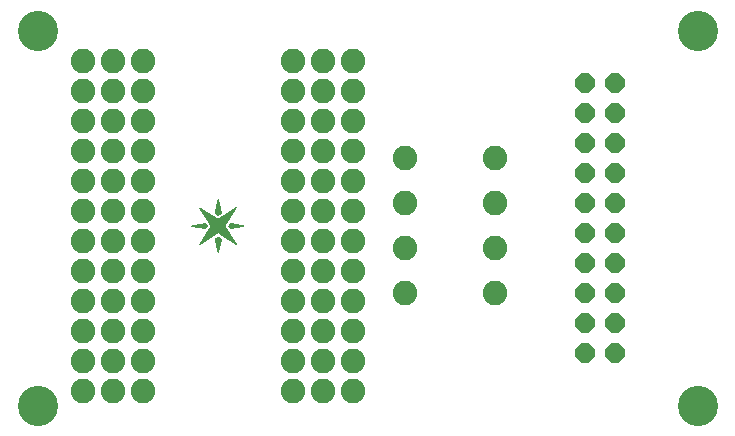
<source format=gts>
G75*
%MOIN*%
%OFA0B0*%
%FSLAX24Y24*%
%IPPOS*%
%LPD*%
%AMOC8*
5,1,8,0,0,1.08239X$1,22.5*
%
%ADD10C,0.1340*%
%ADD11OC8,0.0640*%
%ADD12C,0.0820*%
%ADD13C,0.0010*%
D10*
X004833Y004893D03*
X026833Y004893D03*
X026833Y017393D03*
X004833Y017393D03*
D11*
X023083Y015643D03*
X024083Y015643D03*
X024083Y014643D03*
X023083Y014643D03*
X023083Y013643D03*
X024083Y013643D03*
X024083Y012643D03*
X023083Y012643D03*
X023083Y011643D03*
X024083Y011643D03*
X024083Y010643D03*
X023083Y010643D03*
X023083Y009643D03*
X024083Y009643D03*
X024083Y008643D03*
X023083Y008643D03*
X023083Y007643D03*
X024083Y007643D03*
X024083Y006643D03*
X023083Y006643D03*
D12*
X020083Y008643D03*
X017083Y008643D03*
X015333Y008393D03*
X014333Y008393D03*
X013333Y008393D03*
X013333Y007393D03*
X014333Y007393D03*
X015333Y007393D03*
X015333Y006393D03*
X014333Y006393D03*
X013333Y006393D03*
X013333Y005393D03*
X014333Y005393D03*
X015333Y005393D03*
X008333Y005393D03*
X007333Y005393D03*
X006333Y005393D03*
X006333Y006393D03*
X007333Y006393D03*
X008333Y006393D03*
X008333Y007393D03*
X007333Y007393D03*
X006333Y007393D03*
X006333Y008393D03*
X007333Y008393D03*
X008333Y008393D03*
X008333Y009393D03*
X007333Y009393D03*
X006333Y009393D03*
X006333Y010393D03*
X007333Y010393D03*
X008333Y010393D03*
X008333Y011393D03*
X007333Y011393D03*
X006333Y011393D03*
X006333Y012393D03*
X007333Y012393D03*
X008333Y012393D03*
X008333Y013393D03*
X007333Y013393D03*
X006333Y013393D03*
X006333Y014393D03*
X007333Y014393D03*
X008333Y014393D03*
X008333Y015393D03*
X007333Y015393D03*
X006333Y015393D03*
X006333Y016393D03*
X007333Y016393D03*
X008333Y016393D03*
X013333Y016393D03*
X014333Y016393D03*
X015333Y016393D03*
X015333Y015393D03*
X014333Y015393D03*
X013333Y015393D03*
X013333Y014393D03*
X014333Y014393D03*
X015333Y014393D03*
X015333Y013393D03*
X014333Y013393D03*
X013333Y013393D03*
X017083Y013143D03*
X015333Y012393D03*
X014333Y012393D03*
X013333Y012393D03*
X013333Y011393D03*
X014333Y011393D03*
X015333Y011393D03*
X017083Y011643D03*
X020083Y011643D03*
X015333Y010393D03*
X014333Y010393D03*
X013333Y010393D03*
X013333Y009393D03*
X014333Y009393D03*
X015333Y009393D03*
X017083Y010143D03*
X020083Y010143D03*
X020083Y013143D03*
D13*
X011693Y010893D02*
X011253Y010983D01*
X011193Y010893D01*
X011253Y010803D01*
X011693Y010893D01*
X011679Y010891D02*
X011195Y010891D01*
X011197Y010899D02*
X011665Y010899D01*
X011638Y010882D02*
X011200Y010882D01*
X011206Y010874D02*
X011596Y010874D01*
X011555Y010865D02*
X011212Y010865D01*
X011217Y010857D02*
X011513Y010857D01*
X011472Y010848D02*
X011223Y010848D01*
X011229Y010840D02*
X011430Y010840D01*
X011388Y010831D02*
X011234Y010831D01*
X011240Y010823D02*
X011347Y010823D01*
X011305Y010814D02*
X011246Y010814D01*
X011251Y010806D02*
X011264Y010806D01*
X011202Y010908D02*
X011623Y010908D01*
X011582Y010916D02*
X011208Y010916D01*
X011214Y010925D02*
X011540Y010925D01*
X011499Y010933D02*
X011219Y010933D01*
X011225Y010942D02*
X011457Y010942D01*
X011416Y010950D02*
X011231Y010950D01*
X011236Y010959D02*
X011374Y010959D01*
X011333Y010967D02*
X011242Y010967D01*
X011248Y010976D02*
X011291Y010976D01*
X011157Y011061D02*
X010497Y011061D01*
X010492Y011069D02*
X011162Y011069D01*
X011168Y011078D02*
X010486Y011078D01*
X010481Y011086D02*
X011173Y011086D01*
X011178Y011095D02*
X010475Y011095D01*
X010470Y011103D02*
X011184Y011103D01*
X011189Y011112D02*
X010465Y011112D01*
X010459Y011120D02*
X010822Y011120D01*
X010833Y011113D02*
X010223Y011493D01*
X010603Y010893D01*
X010223Y010273D01*
X010833Y010673D01*
X011453Y010263D01*
X011053Y010893D01*
X011433Y011503D01*
X010833Y011113D01*
X010843Y011120D02*
X011194Y011120D01*
X011199Y011129D02*
X010856Y011129D01*
X010869Y011137D02*
X011205Y011137D01*
X011210Y011146D02*
X010883Y011146D01*
X010896Y011154D02*
X011215Y011154D01*
X011221Y011163D02*
X010909Y011163D01*
X010922Y011171D02*
X011226Y011171D01*
X011231Y011180D02*
X010935Y011180D01*
X010948Y011188D02*
X011237Y011188D01*
X011242Y011197D02*
X010961Y011197D01*
X010974Y011205D02*
X011247Y011205D01*
X011252Y011214D02*
X010987Y011214D01*
X011000Y011222D02*
X011258Y011222D01*
X011263Y011231D02*
X011013Y011231D01*
X011026Y011239D02*
X011268Y011239D01*
X011274Y011248D02*
X011039Y011248D01*
X011053Y011256D02*
X011279Y011256D01*
X011284Y011265D02*
X011066Y011265D01*
X011079Y011273D02*
X011289Y011273D01*
X011295Y011282D02*
X011092Y011282D01*
X011105Y011290D02*
X011300Y011290D01*
X011305Y011299D02*
X011118Y011299D01*
X011131Y011307D02*
X011311Y011307D01*
X011316Y011316D02*
X011144Y011316D01*
X011157Y011324D02*
X011321Y011324D01*
X011327Y011333D02*
X011170Y011333D01*
X011183Y011341D02*
X011332Y011341D01*
X011337Y011350D02*
X011196Y011350D01*
X011209Y011358D02*
X011342Y011358D01*
X011348Y011367D02*
X011223Y011367D01*
X011236Y011375D02*
X011353Y011375D01*
X011358Y011384D02*
X011249Y011384D01*
X011262Y011392D02*
X011364Y011392D01*
X011369Y011401D02*
X011275Y011401D01*
X011288Y011409D02*
X011374Y011409D01*
X011380Y011418D02*
X011301Y011418D01*
X011314Y011426D02*
X011385Y011426D01*
X011390Y011435D02*
X011327Y011435D01*
X011340Y011443D02*
X011395Y011443D01*
X011401Y011452D02*
X011353Y011452D01*
X011366Y011460D02*
X011406Y011460D01*
X011411Y011469D02*
X011379Y011469D01*
X011393Y011477D02*
X011417Y011477D01*
X011422Y011486D02*
X011406Y011486D01*
X011419Y011494D02*
X011427Y011494D01*
X011432Y011503D02*
X011432Y011503D01*
X010916Y011392D02*
X010750Y011392D01*
X010748Y011384D02*
X010918Y011384D01*
X010920Y011375D02*
X010746Y011375D01*
X010745Y011367D02*
X010921Y011367D01*
X010923Y011358D02*
X010743Y011358D01*
X010741Y011350D02*
X010925Y011350D01*
X010927Y011341D02*
X010739Y011341D01*
X010737Y011333D02*
X010929Y011333D01*
X010931Y011324D02*
X010735Y011324D01*
X010733Y011316D02*
X010932Y011316D01*
X010933Y011313D02*
X010833Y011773D01*
X010733Y011313D01*
X010833Y011253D01*
X010933Y011313D01*
X010922Y011307D02*
X010743Y011307D01*
X010758Y011299D02*
X010908Y011299D01*
X010894Y011290D02*
X010772Y011290D01*
X010786Y011282D02*
X010880Y011282D01*
X010866Y011273D02*
X010800Y011273D01*
X010814Y011265D02*
X010852Y011265D01*
X010837Y011256D02*
X010828Y011256D01*
X010768Y011154D02*
X010438Y011154D01*
X010443Y011146D02*
X010781Y011146D01*
X010795Y011137D02*
X010449Y011137D01*
X010454Y011129D02*
X010809Y011129D01*
X010754Y011163D02*
X010432Y011163D01*
X010427Y011171D02*
X010740Y011171D01*
X010727Y011180D02*
X010422Y011180D01*
X010416Y011188D02*
X010713Y011188D01*
X010699Y011197D02*
X010411Y011197D01*
X010406Y011205D02*
X010686Y011205D01*
X010672Y011214D02*
X010400Y011214D01*
X010395Y011222D02*
X010658Y011222D01*
X010645Y011231D02*
X010389Y011231D01*
X010384Y011239D02*
X010631Y011239D01*
X010617Y011248D02*
X010379Y011248D01*
X010373Y011256D02*
X010604Y011256D01*
X010590Y011265D02*
X010368Y011265D01*
X010362Y011273D02*
X010577Y011273D01*
X010563Y011282D02*
X010357Y011282D01*
X010352Y011290D02*
X010549Y011290D01*
X010536Y011299D02*
X010346Y011299D01*
X010341Y011307D02*
X010522Y011307D01*
X010508Y011316D02*
X010336Y011316D01*
X010330Y011324D02*
X010495Y011324D01*
X010481Y011333D02*
X010325Y011333D01*
X010319Y011341D02*
X010467Y011341D01*
X010454Y011350D02*
X010314Y011350D01*
X010309Y011358D02*
X010440Y011358D01*
X010426Y011367D02*
X010303Y011367D01*
X010298Y011375D02*
X010413Y011375D01*
X010399Y011384D02*
X010292Y011384D01*
X010287Y011392D02*
X010386Y011392D01*
X010372Y011401D02*
X010282Y011401D01*
X010276Y011409D02*
X010358Y011409D01*
X010345Y011418D02*
X010271Y011418D01*
X010266Y011426D02*
X010331Y011426D01*
X010317Y011435D02*
X010260Y011435D01*
X010255Y011443D02*
X010304Y011443D01*
X010290Y011452D02*
X010249Y011452D01*
X010244Y011460D02*
X010276Y011460D01*
X010263Y011469D02*
X010239Y011469D01*
X010233Y011477D02*
X010249Y011477D01*
X010235Y011486D02*
X010228Y011486D01*
X010752Y011401D02*
X010914Y011401D01*
X010912Y011409D02*
X010754Y011409D01*
X010756Y011418D02*
X010910Y011418D01*
X010908Y011426D02*
X010757Y011426D01*
X010759Y011435D02*
X010907Y011435D01*
X010905Y011443D02*
X010761Y011443D01*
X010763Y011452D02*
X010903Y011452D01*
X010901Y011460D02*
X010765Y011460D01*
X010767Y011469D02*
X010899Y011469D01*
X010897Y011477D02*
X010769Y011477D01*
X010770Y011486D02*
X010895Y011486D01*
X010894Y011494D02*
X010772Y011494D01*
X010774Y011503D02*
X010892Y011503D01*
X010890Y011511D02*
X010776Y011511D01*
X010778Y011520D02*
X010888Y011520D01*
X010886Y011528D02*
X010780Y011528D01*
X010781Y011537D02*
X010884Y011537D01*
X010883Y011545D02*
X010783Y011545D01*
X010785Y011554D02*
X010881Y011554D01*
X010879Y011562D02*
X010787Y011562D01*
X010789Y011571D02*
X010877Y011571D01*
X010875Y011579D02*
X010791Y011579D01*
X010793Y011588D02*
X010873Y011588D01*
X010871Y011596D02*
X010794Y011596D01*
X010796Y011605D02*
X010870Y011605D01*
X010868Y011613D02*
X010798Y011613D01*
X010800Y011622D02*
X010866Y011622D01*
X010864Y011630D02*
X010802Y011630D01*
X010804Y011639D02*
X010862Y011639D01*
X010860Y011647D02*
X010805Y011647D01*
X010807Y011656D02*
X010859Y011656D01*
X010857Y011664D02*
X010809Y011664D01*
X010811Y011673D02*
X010855Y011673D01*
X010853Y011681D02*
X010813Y011681D01*
X010815Y011690D02*
X010851Y011690D01*
X010849Y011698D02*
X010817Y011698D01*
X010818Y011707D02*
X010847Y011707D01*
X010846Y011715D02*
X010820Y011715D01*
X010822Y011724D02*
X010844Y011724D01*
X010842Y011732D02*
X010824Y011732D01*
X010826Y011741D02*
X010840Y011741D01*
X010838Y011749D02*
X010828Y011749D01*
X010830Y011758D02*
X010836Y011758D01*
X010835Y011766D02*
X010831Y011766D01*
X011152Y011052D02*
X010502Y011052D01*
X010508Y011044D02*
X011147Y011044D01*
X011141Y011035D02*
X010513Y011035D01*
X010519Y011027D02*
X011136Y011027D01*
X011131Y011018D02*
X010524Y011018D01*
X010529Y011010D02*
X011125Y011010D01*
X011120Y011001D02*
X010535Y011001D01*
X010540Y010993D02*
X011115Y010993D01*
X011109Y010984D02*
X010545Y010984D01*
X010551Y010976D02*
X011104Y010976D01*
X011099Y010967D02*
X010556Y010967D01*
X010562Y010959D02*
X011094Y010959D01*
X011088Y010950D02*
X010567Y010950D01*
X010572Y010942D02*
X011083Y010942D01*
X011078Y010933D02*
X010578Y010933D01*
X010583Y010925D02*
X011072Y010925D01*
X011067Y010916D02*
X010589Y010916D01*
X010594Y010908D02*
X011062Y010908D01*
X011056Y010899D02*
X010599Y010899D01*
X010601Y010891D02*
X011055Y010891D01*
X011060Y010882D02*
X010596Y010882D01*
X010591Y010874D02*
X011066Y010874D01*
X011071Y010865D02*
X010586Y010865D01*
X010580Y010857D02*
X011076Y010857D01*
X011082Y010848D02*
X010575Y010848D01*
X010570Y010840D02*
X011087Y010840D01*
X011092Y010831D02*
X010565Y010831D01*
X010560Y010823D02*
X011098Y010823D01*
X011103Y010814D02*
X010554Y010814D01*
X010549Y010806D02*
X011109Y010806D01*
X011114Y010797D02*
X010544Y010797D01*
X010539Y010789D02*
X011119Y010789D01*
X011125Y010780D02*
X010534Y010780D01*
X010528Y010772D02*
X011130Y010772D01*
X011136Y010763D02*
X010523Y010763D01*
X010518Y010755D02*
X011141Y010755D01*
X011146Y010746D02*
X010513Y010746D01*
X010507Y010738D02*
X011152Y010738D01*
X011157Y010729D02*
X010502Y010729D01*
X010497Y010721D02*
X011163Y010721D01*
X011168Y010712D02*
X010492Y010712D01*
X010487Y010704D02*
X011173Y010704D01*
X011179Y010695D02*
X010481Y010695D01*
X010476Y010687D02*
X011184Y010687D01*
X011190Y010678D02*
X010471Y010678D01*
X010466Y010670D02*
X010827Y010670D01*
X010839Y010670D02*
X011195Y010670D01*
X011200Y010661D02*
X010852Y010661D01*
X010864Y010653D02*
X011206Y010653D01*
X011211Y010644D02*
X010877Y010644D01*
X010890Y010636D02*
X011217Y010636D01*
X011222Y010627D02*
X010903Y010627D01*
X010916Y010619D02*
X011227Y010619D01*
X011233Y010610D02*
X010929Y010610D01*
X010942Y010602D02*
X011238Y010602D01*
X011244Y010593D02*
X010954Y010593D01*
X010967Y010585D02*
X011249Y010585D01*
X011254Y010576D02*
X010980Y010576D01*
X010993Y010568D02*
X011260Y010568D01*
X011265Y010559D02*
X011006Y010559D01*
X011019Y010551D02*
X011271Y010551D01*
X011276Y010542D02*
X011031Y010542D01*
X011044Y010534D02*
X011281Y010534D01*
X011287Y010525D02*
X011057Y010525D01*
X011070Y010517D02*
X011292Y010517D01*
X011298Y010508D02*
X011083Y010508D01*
X011096Y010500D02*
X011303Y010500D01*
X011308Y010491D02*
X011109Y010491D01*
X011121Y010483D02*
X011314Y010483D01*
X011319Y010474D02*
X011134Y010474D01*
X011147Y010466D02*
X011325Y010466D01*
X011330Y010457D02*
X011160Y010457D01*
X011173Y010449D02*
X011335Y010449D01*
X011341Y010440D02*
X011186Y010440D01*
X011199Y010432D02*
X011346Y010432D01*
X011352Y010423D02*
X011211Y010423D01*
X011224Y010415D02*
X011357Y010415D01*
X011362Y010406D02*
X011237Y010406D01*
X011250Y010398D02*
X011368Y010398D01*
X011373Y010389D02*
X011263Y010389D01*
X011276Y010381D02*
X011379Y010381D01*
X011384Y010372D02*
X011289Y010372D01*
X011301Y010364D02*
X011389Y010364D01*
X011395Y010355D02*
X011314Y010355D01*
X011327Y010347D02*
X011400Y010347D01*
X011406Y010338D02*
X011340Y010338D01*
X011353Y010330D02*
X011411Y010330D01*
X011416Y010321D02*
X011366Y010321D01*
X011379Y010313D02*
X011422Y010313D01*
X011427Y010304D02*
X011391Y010304D01*
X011404Y010296D02*
X011432Y010296D01*
X011438Y010287D02*
X011417Y010287D01*
X011430Y010279D02*
X011443Y010279D01*
X011443Y010270D02*
X011449Y010270D01*
X010918Y010389D02*
X010748Y010389D01*
X010749Y010381D02*
X010916Y010381D01*
X010914Y010372D02*
X010751Y010372D01*
X010753Y010364D02*
X010913Y010364D01*
X010911Y010355D02*
X010755Y010355D01*
X010757Y010347D02*
X010909Y010347D01*
X010907Y010338D02*
X010759Y010338D01*
X010761Y010330D02*
X010905Y010330D01*
X010903Y010321D02*
X010763Y010321D01*
X010765Y010313D02*
X010901Y010313D01*
X010899Y010304D02*
X010767Y010304D01*
X010769Y010296D02*
X010897Y010296D01*
X010895Y010287D02*
X010771Y010287D01*
X010773Y010279D02*
X010893Y010279D01*
X010891Y010270D02*
X010775Y010270D01*
X010777Y010262D02*
X010889Y010262D01*
X010887Y010253D02*
X010778Y010253D01*
X010780Y010245D02*
X010885Y010245D01*
X010884Y010236D02*
X010782Y010236D01*
X010784Y010228D02*
X010882Y010228D01*
X010880Y010219D02*
X010786Y010219D01*
X010788Y010211D02*
X010878Y010211D01*
X010876Y010202D02*
X010790Y010202D01*
X010792Y010194D02*
X010874Y010194D01*
X010872Y010185D02*
X010794Y010185D01*
X010796Y010177D02*
X010870Y010177D01*
X010868Y010168D02*
X010798Y010168D01*
X010800Y010160D02*
X010866Y010160D01*
X010864Y010151D02*
X010802Y010151D01*
X010804Y010143D02*
X010862Y010143D01*
X010860Y010134D02*
X010806Y010134D01*
X010807Y010126D02*
X010858Y010126D01*
X010857Y010117D02*
X010809Y010117D01*
X010811Y010109D02*
X010855Y010109D01*
X010853Y010100D02*
X010813Y010100D01*
X010815Y010092D02*
X010851Y010092D01*
X010849Y010083D02*
X010817Y010083D01*
X010819Y010075D02*
X010847Y010075D01*
X010845Y010066D02*
X010821Y010066D01*
X010823Y010058D02*
X010843Y010058D01*
X010841Y010049D02*
X010825Y010049D01*
X010827Y010040D02*
X010839Y010040D01*
X010837Y010032D02*
X010829Y010032D01*
X010831Y010023D02*
X010835Y010023D01*
X010833Y010015D02*
X010833Y010015D01*
X010833Y010013D02*
X010933Y010453D01*
X010833Y010523D01*
X010733Y010453D01*
X010833Y010013D01*
X010746Y010398D02*
X010920Y010398D01*
X010922Y010406D02*
X010744Y010406D01*
X010742Y010415D02*
X010924Y010415D01*
X010926Y010423D02*
X010740Y010423D01*
X010738Y010432D02*
X010928Y010432D01*
X010930Y010440D02*
X010736Y010440D01*
X010734Y010449D02*
X010932Y010449D01*
X010928Y010457D02*
X010738Y010457D01*
X010750Y010466D02*
X010916Y010466D01*
X010903Y010474D02*
X010763Y010474D01*
X010775Y010483D02*
X010891Y010483D01*
X010879Y010491D02*
X010787Y010491D01*
X010799Y010500D02*
X010867Y010500D01*
X010855Y010508D02*
X010811Y010508D01*
X010823Y010517D02*
X010843Y010517D01*
X010762Y010627D02*
X010440Y010627D01*
X010445Y010636D02*
X010775Y010636D01*
X010788Y010644D02*
X010450Y010644D01*
X010455Y010653D02*
X010801Y010653D01*
X010814Y010661D02*
X010461Y010661D01*
X010435Y010619D02*
X010749Y010619D01*
X010736Y010610D02*
X010429Y010610D01*
X010424Y010602D02*
X010723Y010602D01*
X010710Y010593D02*
X010419Y010593D01*
X010414Y010585D02*
X010698Y010585D01*
X010685Y010576D02*
X010408Y010576D01*
X010403Y010568D02*
X010672Y010568D01*
X010659Y010559D02*
X010398Y010559D01*
X010393Y010551D02*
X010646Y010551D01*
X010633Y010542D02*
X010388Y010542D01*
X010382Y010534D02*
X010620Y010534D01*
X010607Y010525D02*
X010377Y010525D01*
X010372Y010517D02*
X010594Y010517D01*
X010581Y010508D02*
X010367Y010508D01*
X010362Y010500D02*
X010568Y010500D01*
X010555Y010491D02*
X010356Y010491D01*
X010351Y010483D02*
X010542Y010483D01*
X010529Y010474D02*
X010346Y010474D01*
X010341Y010466D02*
X010516Y010466D01*
X010503Y010457D02*
X010336Y010457D01*
X010330Y010449D02*
X010490Y010449D01*
X010477Y010440D02*
X010325Y010440D01*
X010320Y010432D02*
X010464Y010432D01*
X010451Y010423D02*
X010315Y010423D01*
X010309Y010415D02*
X010438Y010415D01*
X010425Y010406D02*
X010304Y010406D01*
X010299Y010398D02*
X010412Y010398D01*
X010399Y010389D02*
X010294Y010389D01*
X010289Y010381D02*
X010386Y010381D01*
X010373Y010372D02*
X010283Y010372D01*
X010278Y010364D02*
X010360Y010364D01*
X010348Y010355D02*
X010273Y010355D01*
X010268Y010347D02*
X010335Y010347D01*
X010322Y010338D02*
X010263Y010338D01*
X010257Y010330D02*
X010309Y010330D01*
X010296Y010321D02*
X010252Y010321D01*
X010247Y010313D02*
X010283Y010313D01*
X010270Y010304D02*
X010242Y010304D01*
X010237Y010296D02*
X010257Y010296D01*
X010244Y010287D02*
X010231Y010287D01*
X010231Y010279D02*
X010226Y010279D01*
X010315Y010823D02*
X010426Y010823D01*
X010431Y010831D02*
X010271Y010831D01*
X010228Y010840D02*
X010437Y010840D01*
X010443Y010848D02*
X010184Y010848D01*
X010141Y010857D02*
X010448Y010857D01*
X010454Y010865D02*
X010098Y010865D01*
X010054Y010874D02*
X010460Y010874D01*
X010465Y010882D02*
X010011Y010882D01*
X010026Y010908D02*
X010463Y010908D01*
X010458Y010916D02*
X010069Y010916D01*
X010112Y010925D02*
X010452Y010925D01*
X010446Y010933D02*
X010156Y010933D01*
X010199Y010942D02*
X010441Y010942D01*
X010435Y010950D02*
X010243Y010950D01*
X010286Y010959D02*
X010429Y010959D01*
X010424Y010967D02*
X010330Y010967D01*
X010373Y010976D02*
X010418Y010976D01*
X010413Y010983D02*
X009953Y010893D01*
X010413Y010803D01*
X010473Y010893D01*
X010413Y010983D01*
X010469Y010899D02*
X009982Y010899D01*
X009967Y010891D02*
X010471Y010891D01*
X010420Y010814D02*
X010358Y010814D01*
X010402Y010806D02*
X010414Y010806D01*
M02*

</source>
